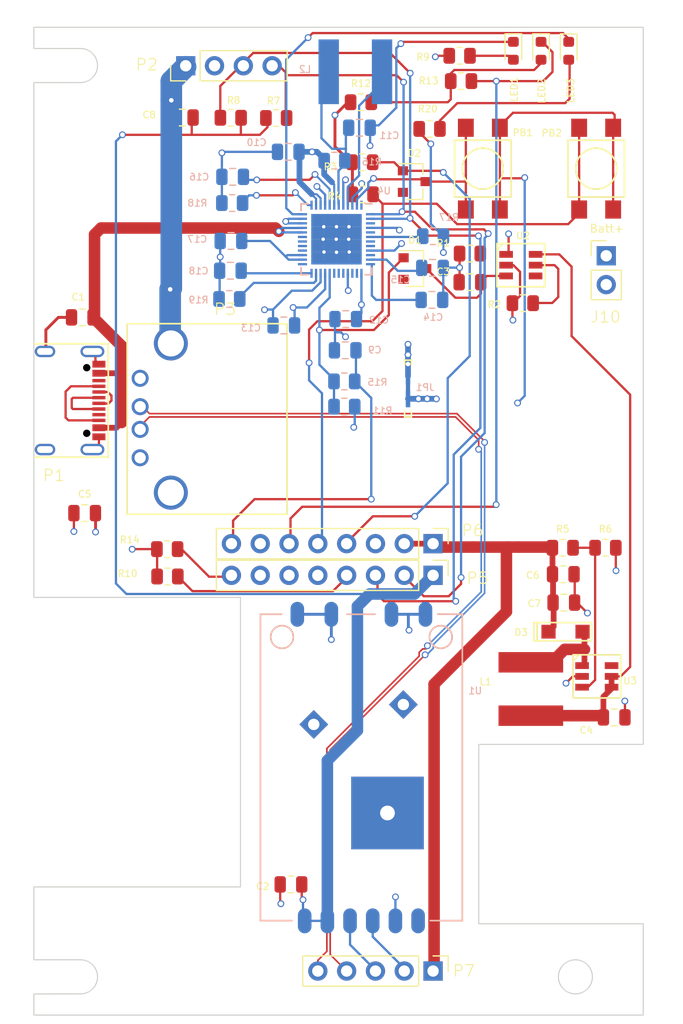
<source format=kicad_pcb>
(kicad_pcb (version 20211014) (generator pcbnew)
  (title_block (title "ConnectBox HAT 8") (date "2023-04-13") (rev "8.0.0") (company "ConnectBox") (comment 1 "JRA"))
  (layers (0 "F.Cu" signal) (1 "In1.Cu" signal) (2 "In2.Cu" signal) (31 "B.Cu" signal) (34 "B.Paste" user) (35 "F.Paste" user) (36 "B.SilkS" user "B.Silkscreen") (37 "F.SilkS" user "F.Silkscreen") (38 "B.Mask" user) (39 "F.Mask" user) (44 "Edge.Cuts" user))
  (net 0 "")
  (net 1 "/Power control/AC_IN")
  (net 2 "GND")
  (net 3 "/3v3")
  (net 4 "/A_GND")
  (net 5 "Net-(C3-Pad1)")
  (net 6 "Net-(C4-Pad1)")
  (net 7 "/5V_OUT")
  (net 8 "Net-(C9-Pad2)")
  (net 9 "/Power control/BATT+")
  (net 10 "Net-(C11-Pad1)")
  (net 11 "/IPS_OUT")
  (net 12 "Net-(C14-Pad2)")
  (net 13 "Net-(C15-Pad2)")
  (net 14 "Net-(C16-Pad2)")
  (net 15 "Net-(C17-Pad2)")
  (net 16 "Net-(C18-Pad2)")
  (net 17 "/Power control/EXT_EN")
  (net 18 "/PG6")
  (net 19 "Net-(D2-Pad2)")
  (net 20 "Net-(D3-Pad2)")
  (net 21 "Net-(L2-Pad2)")
  (net 22 "Net-(LED1-Pad2)")
  (net 23 "Net-(LED2-Pad1)")
  (net 24 "Net-(LED2-Pad2)")
  (net 25 "Net-(LED3-Pad1)")
  (net 26 "Net-(LED3-Pad2)")
  (net 27 "Net-(P1-PadA5)")
  (net 28 "Net-(P1-PadA6)")
  (net 29 "Net-(P1-PadA7)")
  (net 32 "/SCL")
  (net 33 "/SDA")
  (net 34 "/USB2_D-")
  (net 35 "/USB2_D+")
  (net 36 "/PA3")
  (net 37 "/PG11")
  (net 40 "/PG7")
  (net 41 "Net-(P7-Pad2)")
  (net 42 "Net-(P7-Pad3)")
  (net 43 "Net-(R2-Pad1)")
  (net 44 "Net-(R5-Pad2)")
  (net 45 "Net-(R17-Pad1)")
  (net 46 "Net-(R18-Pad1)")
  (net 47 "Net-(R19-Pad2)")
  (footprint "Resistor_SMD:R_0805_2012Metric" (layer "F.Cu") (at 238.45 119.93 180)
    (fp_text reference "R1")
    (fp_text value "220K")
  )
  (footprint "LED_SMD:LED_0603_1608Metric" (layer "F.Cu") (at 244.72 102.07 -90)
    (fp_text reference "LED2")
    (fp_text value "Amber")
  )
  (footprint "Resistor_SMD:R_0805_2012Metric" (layer "F.Cu") (at 243.11 124.3 180)
    (fp_text reference "R2")
    (fp_text value "162")
  )
  (footprint "Diode_SMD:D_SOT-23_ANK" (layer "F.Cu") (at 233.6 121.25)
    (fp_text reference "D1")
    (fp_text value "MMBD914")
  )
  (footprint "Resistor_SMD:R_0805_2012Metric" (layer "F.Cu") (at 250.4 145.84)
    (fp_text reference "R6")
    (fp_text value "27.0K")
  )
  (footprint "Resistor_SMD:R_0805_2012Metric" (layer "F.Cu") (at 234.89 108.95)
    (fp_text reference "R20")
    (fp_text value "1.8K")
  )
  (footprint "Capacitor_SMD:C_0805_2012Metric" (layer "F.Cu") (at 251.17 160.78)
    (fp_text reference "C4")
    (fp_text value "10uF")
  )
  (footprint "Capacitor_SMD:C_0805_2012Metric" (layer "F.Cu") (at 204.27 125.55 180)
    (fp_text reference "C1")
    (fp_text value "22uF")
  )
  (footprint "Resistor_SMD:R_0805_2012Metric" (layer "F.Cu") (at 221.3725 107.99 180)
    (fp_text reference "R7")
    (fp_text value "2.2K")
  )
  (footprint "CustomComponents:USB_A" (layer "F.Cu") (at 209.37 137.915 90)
    (fp_text reference "P3")
    (fp_text value "USB_A_1")
  )
  (footprint "Resistor_SMD:R_0805_2012Metric" (layer "F.Cu") (at 229 114.71 180)
    (fp_text reference "R4")
    (fp_text value "10K")
  )
  (footprint "Connector_PinHeader_2.54mm:PinHeader_1x08_P2.54mm_Vertical" (layer "F.Cu") (at 235.2 145.48 -90)
    (fp_text reference "P6")
    (fp_text value "Conn_01x08")
  )
  (footprint "CustomComponents:SOT-23-6a" (layer "F.Cu") (at 249.64 157.17)
    (fp_text reference "U3")
    (fp_text value "MT3608")
  )
  (footprint "Resistor_SMD:R_0805_2012Metric" (layer "F.Cu") (at 211.78 148.37 180)
    (fp_text reference "R10")
    (fp_text value "2.2K")
  )
  (footprint "Resistor_SMD:R_0805_2012Metric" (layer "F.Cu") (at 246.63 145.84)
    (fp_text reference "R5")
    (fp_text value "200K")
  )
  (footprint "Resistor_SMD:R_0805_2012Metric" (layer "F.Cu") (at 237.54 102.51)
    (fp_text reference "R9")
    (fp_text value "1K")
  )
  (footprint "Capacitor_SMD:C_0805_2012Metric" (layer "F.Cu") (at 246.73 150.67)
    (fp_text reference "C7")
    (fp_text value "22uF")
  )
  (footprint "Connector_PinHeader_2.54mm:PinHeader_1x05_P2.54mm_Vertical" (layer "F.Cu") (at 235.2 183.12 -90)
    (fp_text reference "P7")
    (fp_text value "Conn_01x05")
  )
  (footprint "Connector_PinHeader_2.54mm:PinHeader_1x08_P2.54mm_Vertical" (layer "F.Cu") (at 235.2 148.27 -90)
    (fp_text reference "P5")
    (fp_text value "Conn_01x08")
  )
  (footprint "CustomComponents:SOT-23-6a" (layer "F.Cu") (at 242.94 120.95)
    (fp_text reference "U2")
    (fp_text value "MIC2019")
  )
  (footprint "Capacitor_SMD:C_0805_2012Metric" (layer "F.Cu") (at 204.48 142.79)
    (fp_text reference "C5")
    (fp_text value "22uF")
  )
  (footprint "Capacitor_SMD:C_0805_2012Metric" (layer "F.Cu") (at 246.68 148.17)
    (fp_text reference "C6")
    (fp_text value "22uF")
  )
  (footprint "Diode_SMD:D_SOT-23_ANK" (layer "F.Cu") (at 233.54 113.59)
    (fp_text reference "D2")
    (fp_text value "MMBD914")
  )
  (footprint "Connector_PinHeader_2.54mm:PinHeader_1x04_P2.54mm_Vertical" (layer "F.Cu") (at 213.39 103.39 90)
    (fp_text reference "P2")
    (fp_text value "Conn_01x04")
  )
  (footprint "Resistor_SMD:R_0805_2012Metric" (layer "F.Cu") (at 228.84 106.6)
    (fp_text reference "R12")
    (fp_text value "1K")
  )
  (footprint "CustomComponents:SOD-123FL" (layer "F.Cu") (at 246.88 153.23)
    (fp_text reference "D3")
    (fp_text value "NRVTS260ESFT1G")
  )
  (footprint "LED_SMD:LED_0603_1608Metric" (layer "F.Cu") (at 242.28 102.07 -90)
    (fp_text reference "LED1")
    (fp_text value "Green")
  )
  (footprint "CustomComponents:INDUCTOR_SMD_6x6-1" (layer "F.Cu") (at 243.82 158.28 180)
    (fp_text reference "L1")
    (fp_text value "4.7 uH")
  )
  (footprint "LED_SMD:LED_0603_1608Metric" (layer "F.Cu") (at 247.16 102.07 -90)
    (fp_text reference "LED3")
    (fp_text value "Red")
  )
  (footprint "Capacitor_SMD:C_0805_2012Metric" (layer "F.Cu") (at 213.09 107.95 180)
    (fp_text reference "C8")
    (fp_text value "1uF")
  )
  (footprint "Resistor_SMD:R_0805_2012Metric" (layer "F.Cu") (at 237.67 104.74)
    (fp_text reference "R13")
    (fp_text value "1K")
  )
  (footprint "Resistor_SMD:R_0805_2012Metric" (layer "F.Cu") (at 211.76 145.96 180)
    (fp_text reference "R14")
    (fp_text value "2.2K")
  )
  (footprint "Resistor_SMD:R_0805_2012Metric" (layer "F.Cu") (at 228.96 111.8875 180)
    (fp_text reference "R3")
    (fp_text value "10K")
  )
  (footprint "CustomComponents:SW-TL3305" (layer "F.Cu") (at 249.58 112.45 90)
    (fp_text reference "PB2")
    (fp_text value "SPST-PUSH")
  )
  (footprint "CustomComponents:USB-C-GCT" (layer "F.Cu") (at 205.1625 132.87 -90)
    (fp_text reference "P1")
    (fp_text value "USB-C")
  )
  (footprint "Capacitor_SMD:C_0805_2012Metric" (layer "F.Cu") (at 222.67 175.49 180)
    (fp_text reference "C2")
    (fp_text value "22uF")
  )
  (footprint "Capacitor_SMD:C_0805_2012Metric" (layer "F.Cu") (at 238.45 122.45 180)
    (fp_text reference "C3")
    (fp_text value "22uF")
  )
  (footprint "Connector_PinHeader_2.54mm:PinHeader_1x02_P2.54mm_Vertical" (layer "F.Cu") (at 250.47 120.125)
    (fp_text reference "J10")
    (fp_text value "Conn_01x02_Male")
  )
  (footprint "CustomComponents:SW-TL3305" (layer "F.Cu") (at 239.59 112.45 90)
    (fp_text reference "PB1")
    (fp_text value "SPST-PUSH")
  )
  (footprint "Resistor_SMD:R_0805_2012Metric" (layer "F.Cu") (at 217.36 107.97)
    (fp_text reference "R8")
    (fp_text value "2.2K")
  )
  (footprint "CustomComponents:UQFN-48-1EP_6x6mm_Pitch0.4mm_75" (layer "B.Cu") (at 226.68375 118.66625 180)
    (fp_text reference "U4")
    (fp_text value "AXP209")
  )
  (footprint "Capacitor_SMD:C_0805_2012Metric" (layer "B.Cu") (at 217.33 121.44)
    (fp_text reference "C18")
    (fp_text value "1uF")
  )
  (footprint "CustomComponents:NetConnect-50" (layer "B.Cu") (at 232.99 131.22 90)
    (fp_text reference "JP1")
    (fp_text value "Jumper")
  )
  (footprint "Capacitor_SMD:C_0805_2012Metric" (layer "B.Cu") (at 222.04 126.26)
    (fp_text reference "C13")
    (fp_text value "10uF")
  )
  (footprint "Resistor_SMD:R_0805_2012Metric" (layer "B.Cu") (at 227.38 133.41 180)
    (fp_text reference "R11")
    (fp_text value "51K")
  )
  (footprint "Resistor_SMD:R_0805_2012Metric" (layer "B.Cu") (at 226.51 111.75)
    (fp_text reference "R16")
    (fp_text value "0.03 ohm")
  )
  (footprint "Capacitor_SMD:C_0805_2012Metric" (layer "B.Cu") (at 217.53 113.17)
    (fp_text reference "C16")
    (fp_text value "4.7uF")
  )
  (footprint "Capacitor_SMD:C_0805_2012Metric" (layer "B.Cu") (at 227.45 128.45)
    (fp_text reference "C9")
    (fp_text value "10uF")
  )
  (footprint "Capacitor_SMD:C_0805_2012Metric" (layer "B.Cu") (at 228.71 108.85)
    (fp_text reference "C11")
    (fp_text value "10uF")
  )
  (footprint "Resistor_SMD:R_0805_2012Metric" (layer "B.Cu") (at 227.3775 131.19)
    (fp_text reference "R15")
    (fp_text value "1K")
  )
  (footprint "Capacitor_SMD:C_0805_2012Metric" (layer "B.Cu") (at 235.1 124.01 180)
    (fp_text reference "C14")
    (fp_text value "4.7uF")
  )
  (footprint "Capacitor_SMD:C_0805_2012Metric" (layer "B.Cu") (at 235.15 121.19 180)
    (fp_text reference "C15")
    (fp_text value "4.7uF")
  )
  (footprint "Resistor_SMD:R_0805_2012Metric" (layer "B.Cu") (at 217.49 115.48 180)
    (fp_text reference "R18")
    (fp_text value "100")
  )
  (footprint "Resistor_SMD:R_0805_2012Metric" (layer "B.Cu") (at 235.2 118.4)
    (fp_text reference "R17")
    (fp_text value "10K")
  )
  (footprint "CustomComponents:INDUCTOR_SMD_6x6-1" (layer "B.Cu") (at 228.35 103.92 -90)
    (fp_text reference "L2")
    (fp_text value "4.7 uH")
  )
  (footprint "Capacitor_SMD:C_0805_2012Metric" (layer "B.Cu") (at 217.38 118.82)
    (fp_text reference "C17")
    (fp_text value "1uF")
  )
  (footprint "Capacitor_SMD:C_0805_2012Metric" (layer "B.Cu") (at 227.5 125.7 180)
    (fp_text reference "C12")
    (fp_text value "10uF")
  )
  (footprint "Resistor_SMD:R_0805_2012Metric" (layer "B.Cu") (at 217.24 123.93)
    (fp_text reference "R19")
    (fp_text value "200K")
  )
  (footprint "Capacitor_SMD:C_0805_2012Metric" (layer "B.Cu") (at 222.43 110.97 180)
    (fp_text reference "C10")
    (fp_text value "10uF")
  )
  (footprint "CustomComponents:HC-R8812AU2-th-1" (layer "B.Cu") (at 228.88 165.2 180)
    (fp_text reference "U1")
    (fp_text value "HC-R8812AF1")
  )
  (gr_line locked (start 200 187) (end 200 185.14) (layer "Edge.Cuts") (width 0.1))
  (gr_arc locked (start 204.12 101.87) (mid 205.619691 103.365067) (end 204.129868 104.869968) (layer "Edge.Cuts") (width 0.1))
  (gr_line locked (start 218.22 150.21) (end 218.22 175.71) (layer "Edge.Cuts") (width 0.1))
  (gr_line (start 253.73 163.16) (end 253.73 100) (layer "Edge.Cuts") (width 0.1))
  (gr_circle locked (center 247.75 183.63) (end 249.25 183.63) (layer "Edge.Cuts") (width 0.1) (fill none))
  (gr_line locked (start 200 150.21) (end 218.22 150.21) (layer "Edge.Cuts") (width 0.1))
  (gr_line locked (start 239.23 178.96) (end 239.23 163.16) (layer "Edge.Cuts") (width 0.1))
  (gr_arc locked (start 204.11 182.13) (mid 205.620263 183.624999) (end 204.12 185.130033) (layer "Edge.Cuts") (width 0.1))
  (gr_line locked (start 253.73 187) (end 253.73 178.96) (layer "Edge.Cuts") (width 0.1))
  (gr_line locked (start 204.12 182.13) (end 200 182.13) (layer "Edge.Cuts") (width 0.1))
  (gr_line locked (start 253.73 178.96) (end 239.23 178.96) (layer "Edge.Cuts") (width 0.1))
  (gr_line locked (start 204.13 101.87) (end 200 101.87) (layer "Edge.Cuts") (width 0.1))
  (gr_line locked (start 204.129868 104.869968) (end 200 104.87) (layer "Edge.Cuts") (width 0.1))
  (gr_line locked (start 253.73 100) (end 200 100) (layer "Edge.Cuts") (width 0.1))
  (gr_line locked (start 204.12 185.130033) (end 200 185.14) (layer "Edge.Cuts") (width 0.1))
  (gr_line locked (start 200 187) (end 253.73 187) (layer "Edge.Cuts") (width 0.1))
  (gr_line locked (start 218.22 175.71) (end 200 175.71) (layer "Edge.Cuts") (width 0.1))
  (gr_line locked (start 200 104.87) (end 200 150.21) (layer "Edge.Cuts") (width 0.1))
  (gr_line locked (start 239.23 163.16) (end 253.73 163.16) (layer "Edge.Cuts") (width 0.1))
  (gr_line locked (start 200 175.71) (end 200 182.13) (layer "Edge.Cuts") (width 0.1))
  (gr_line locked (start 200 100) (end 200 101.87) (layer "Edge.Cuts") (width 0.1))
  (gr_text "Batt+" (at 250.52 117.73) (layer "F.SilkS") (effects (font (size 0.7 0.7) (thickness 0.1))))
  (segment (start 205.7375 130.47) (end 207.58 130.47) (width 0.508) (layer "F.Cu") (net 1))
  (segment (start 205.35 118.25) (end 205.35 125.54) (width 1.016) (layer "F.Cu") (net 1))
  (segment (start 221.309278 117.679278) (end 205.920722 117.679278) (width 1.016) (layer "F.Cu") (net 1))
  (segment (start 221.6 117.97) (end 221.309278 117.679278) (width 1.016) (layer "F.Cu") (net 1))
  (segment (start 205.920722 117.679278) (end 205.35 118.25) (width 1.016) (layer "F.Cu") (net 1))
  (segment (start 205.22 125.55) (end 207.74 128.07) (width 1.016) (layer "F.Cu") (net 1))
  (segment (start 207.74 130.31) (end 207.74 134.81) (width 1.016) (layer "F.Cu") (net 1))
  (segment (start 207.74 128.07) (end 207.74 130.31) (width 1.016) (layer "F.Cu") (net 1))
  (segment (start 207.28 135.27) (end 205.7375 135.27) (width 0.508) (layer "F.Cu") (net 1))
  (segment (start 207.74 134.81) (end 207.28 135.27) (width 0.508) (layer "F.Cu") (net 1))
  (segment (start 207.58 130.47) (end 207.74 130.31) (width 0.508) (layer "F.Cu") (net 1))
  (via (at 221.6 117.97) (size 0.6) (drill 0.4) (layers "F.Cu" "B.Cu") (net 1))
  (segment (start 221.69625 118.06625) (end 223.68375 118.06625) (width 0.2) (layer "B.Cu") (net 1))
  (segment (start 221.959808 117.66625) (end 221.970869 117.677311) (width 0.2) (layer "B.Cu") (net 1))
  (segment (start 221.90375 117.66625) (end 221.959808 117.66625) (width 0.2) (layer "B.Cu") (net 1))
  (segment (start 223.672689 117.677311) (end 223.68375 117.66625) (width 0.2) (layer "B.Cu") (net 1))
  (segment (start 221.6 117.97) (end 221.90375 117.66625) (width 0.2) (layer "B.Cu") (net 1))
  (segment (start 221.6 117.97) (end 221.69625 118.06625) (width 0.2) (layer "B.Cu") (net 1))
  (segment (start 221.970869 117.677311) (end 223.672689 117.677311) (width 0.2) (layer "B.Cu") (net 1))
  (segment (start 242.28 120.95) (end 242.87 121.54) (width 0.2) (layer "F.Cu") (net 2))
  (segment (start 242.1975 124.3) (end 242.1975 125.7475) (width 0.2) (layer "F.Cu") (net 2))
  (segment (start 202.16 125.55) (end 201.06 126.65) (width 0.254) (layer "F.Cu") (net 2))
  (segment (start 247.89 150.67) (end 248.81 151.59) (width 0.2) (layer "F.Cu") (net 2))
  (segment (start 205.7375 136.07) (end 205.7375 136.9525) (width 0.2) (layer "F.Cu") (net 2))
  (segment (start 242.1975 125.7475) (end 242.24 125.79) (width 0.2) (layer "F.Cu") (net 2))
  (segment (start 251.3125 145.84) (end 251.3125 147.8425) (width 0.2) (layer "F.Cu") (net 2))
  (segment (start 242.87 121.54) (end 242.87 123.66) (width 0.2) (layer "F.Cu") (net 2))
  (segment (start 241.64 120.95) (end 242.28 120.95) (width 0.2) (layer "F.Cu") (net 2))
  (segment (start 247.52 157.17) (end 246.92 157.77) (width 0.2) (layer "F.Cu") (net 2))
  (segment (start 201.06 126.65) (end 201.06 128.5) (width 0.254) (layer "F.Cu") (net 2))
  (segment (start 248.34 157.17) (end 247.52 157.17) (width 0.2) (layer "F.Cu") (net 2))
  (segment (start 252.12 159.35) (end 252.12 160.78) (width 0.2) (layer "F.Cu") (net 2))
  (segment (start 242.87 123.66) (end 242.15 124.38) (width 0.2) (layer "F.Cu") (net 2))
  (segment (start 205.43 129.3625) (end 205.43 128.68) (width 0.2) (layer "F.Cu") (net 2))
  (segment (start 251.3125 147.8425) (end 251.33 147.86) (width 0.2) (layer "F.Cu") (net 2))
  (segment (start 242.28 101.2825) (end 232.5175 101.2825) (width 0.2) (layer "F.Cu") (net 2))
  (segment (start 232.5175 101.2825) (end 232.36 101.44) (width 0.2) (layer "F.Cu") (net 2))
  (segment (start 247.69 148.23) (end 247.69 150.93) (width 0.2) (layer "F.Cu") (net 2))
  (segment (start 252.11 159.34) (end 252.12 159.35) (width 0.2) (layer "F.Cu") (net 2))
  (segment (start 205.7375 129.67) (end 205.43 129.3625) (width 0.2) (layer "F.Cu") (net 2))
  (segment (start 203.32 125.55) (end 202.16 125.55) (width 0.254) (layer "F.Cu") (net 2))
  (segment (start 237.5375 119.93) (end 237.5375 122.3875) (width 0.2) (layer "F.Cu") (net 2))
  (via (at 246.92 157.77) (size 0.6) (drill 0.4) (layers "F.Cu" "B.Cu") (net 2))
  (via (at 242.24 125.79) (size 0.6) (drill 0.4) (layers "F.Cu" "B.Cu") (net 2))
  (via (at 232.36 101.44) (size 0.6) (drill 0.4) (layers "F.Cu" "B.Cu") (net 2))
  (via (at 228.91 113.77) (size 0.6) (drill 0.4) (layers "F.Cu" "B.Cu") (net 2))
  (via (at 229.64 110.43) (size 0.6) (drill 0.4) (layers "F.Cu" "B.Cu") (net 2))
  (via (at 232.42 119.04355) (size 0.6) (drill 0.4) (layers "F.Cu" "B.Cu") (net 2))
  (via (at 232.99 127.92) (size 0.6) (drill 0.4) (layers "F.Cu" "B.Cu") (net 2))
  (via (at 232.99 128.84) (size 0.6) (drill 0.4) (layers "F.Cu" "B.Cu") (net 2))
  (via (at 232.23 117.86) (size 0.6) (drill 0.4) (layers "F.Cu" "B.Cu") (net 2))
  (via (at 227.72 123.19) (size 0.6) (drill 0.4) (layers "F.Cu" "B.Cu") (net 2))
  (via (at 237.5375 121.1675) (size 0.6) (drill 0.4) (layers "F.Cu" "B.Cu") (net 2))
  (via (at 232.99 129.66) (size 0.6) (drill 0.4) (layers "F.Cu" "B.Cu") (net 2))
  (via (at 216.58 111.06) (size 0.6) (drill 0.4) (layers "F.Cu" "B.Cu") (net 2))
  (via (at 252.11 159.34) (size 0.6) (drill 0.4) (layers "F.Cu" "B.Cu") (net 2))
  (via (at 227.48 127.26) (size 0.6) (drill 0.4) (layers "F.Cu" "B.Cu") (net 2))
  (via (at 251.33 147.86) (size 0.6) (drill 0.4) (layers "F.Cu" "B.Cu") (net 2))
  (via (at 248.81 151.59) (size 0.6) (drill 0.4) (layers "F.Cu" "B.Cu") (net 2))
  (segment (start 232.36 101.44) (end 231.96 101.84) (width 0.2) (layer "B.Cu") (net 2))
  (segment (start 232.42 119.04355) (end 231.7973 119.66625) (width 0.2) (layer "B.Cu") (net 2))
  (segment (start 232.23 117.86) (end 232.03625 117.66625) (width 0.2) (layer "B.Cu") (net 2))
  (segment (start 229.65 110.42) (end 229.65 108.92) (width 0.2) (layer "B.Cu") (net 2))
  (segment (start 227.09 126.87) (end 227.48 127.26) (width 0.2) (layer "B.Cu") (net 2))
  (segment (start 227.68375 121.66625) (end 227.68375 123.15375) (width 0.2) (layer "B.Cu") (net 2))
  (segment (start 226.55 126.87) (end 226.55 128.25) (width 0.2) (layer "B.Cu") (net 2))
  (segment (start 228.08375 115.66625) (end 228.08375 115.011628) (width 0.2) (layer "B.Cu") (net 2))
  (segment (start 231.7973 119.66625) (end 229.68375 119.66625) (width 0.2) (layer "B.Cu") (net 2))
  (segment (start 216.5775 115.48) (end 216.5775 113.2625) (width 0.2) (layer "B.Cu") (net 2))
  (segment (start 229.64 110.43) (end 229.65 110.42) (width 0.2) (layer "B.Cu") (net 2))
  (segment (start 237.5375 121.1675) (end 236.3125 121.1675) (width 0.2) (layer "B.Cu") (net 2))
  (segment (start 236.1 121.19) (end 236.1 123.75) (width 0.2) (layer "B.Cu") (net 2))
  (segment (start 226.55 125.7) (end 226.55 126.87) (width 0.2) (layer "B.Cu") (net 2))
  (segment (start 226.55 126.87) (end 227.09 126.87) (width 0.2) (layer "B.Cu") (net 2))
  (segment (start 221.48 110.97) (end 216.67 110.97) (width 0.2) (layer "B.Cu") (net 2))
  (segment (start 232.99 128.84) (end 232.99 127.92) (width 0.508) (layer "B.Cu") (net 2))
  (segment (start 232.99 129.66) (end 232.99 128.84) (width 0.508) (layer "B.Cu") (net 2))
  (segment (start 227.68375 123.15375) (end 227.72 123.19) (width 0.2) (layer "B.Cu") (net 2))
  (segment (start 216.5775 113.2625) (end 216.5775 111.0625) (width 0.2) (layer "B.Cu") (net 2))
  (segment (start 231.96 101.84) (end 231.96 107.08) (width 0.2) (layer "B.Cu") (net 2))
  (segment (start 228.91 114.185378) (end 228.91 113.77) (width 0.2) (layer "B.Cu") (net 2))
  (segment (start 228.08375 115.011628) (end 228.91 114.185378) (width 0.2) (layer "B.Cu") (net 2))
  (segment (start 216.5775 111.0625) (end 216.58 111.06) (width 0.2) (layer "B.Cu") (net 2))
  (segment (start 232.03625 117.66625) (end 229.68375 117.66625) (width 0.2) (layer "B.Cu") (net 2))
  (segment (start 216.67 110.97) (end 216.58 111.06) (width 0.2) (layer "B.Cu") (net 2))
  (segment (start 231.96 107.08) (end 230.4 108.64) (width 0.2) (layer "B.Cu") (net 2))
  (segment (start 230.4 108.64) (end 229.64 108.64) (width 0.2) (layer "B.Cu") (net 2))
  (segment (start 232.99 130.72) (end 232.99 129.66) (width 0.508) (layer "B.Cu") (net 2))
  (segment (start 207.81 109.47) (end 213.92 109.47) (width 0.2) (layer "F.Cu") (net 3))
  (segment (start 218.25 107.9925) (end 218.25 109.47) (width 0.2) (layer "F.Cu") (net 3))
  (segment (start 223.62 176.73) (end 223.73 176.84) (width 0.2) (layer "F.Cu") (net 3))
  (segment (start 219.93 109.47) (end 220.6 108.8) (width 0.2) (layer "F.Cu") (net 3))
  (segment (start 213.92 108.07) (end 213.92 109.47) (width 0.2) (layer "F.Cu") (net 3))
  (segment (start 213.92 109.47) (end 218.25 109.47) (width 0.2) (layer "F.Cu") (net 3))
  (segment (start 218.25 109.47) (end 219.93 109.47) (width 0.2) (layer "F.Cu") (net 3))
  (segment (start 220.6 108.8) (end 220.6 107.93) (width 0.2) (layer "F.Cu") (net 3))
  (segment (start 223.62 175.49) (end 223.62 176.73) (width 0.2) (layer "F.Cu") (net 3))
  (via (at 223.73 176.84) (size 0.6) (drill 0.4) (layers "F.Cu" "B.Cu") (net 3))
  (via (at 207.81 109.47) (size 0.6) (drill 0.4) (layers "F.Cu" "B.Cu") (net 3))
  (segment (start 230.29248 149.91248) (end 229.60752 149.91248) (width 1.016) (layer "B.Cu") (net 3))
  (segment (start 207.237305 148.987307) (end 207.237305 110.042681) (width 0.2) (layer "B.Cu") (net 3))
  (segment (start 229.60752 149.91248) (end 228.53 150.99) (width 1.016) (layer "B.Cu") (net 3))
  (segment (start 225.88 164.58) (end 225.88 178.7) (width 1.016) (layer "B.Cu") (net 3))
  (segment (start 223.73 176.84) (end 223.73 178.48) (width 0.2) (layer "B.Cu") (net 3))
  (segment (start 235.2 148.27) (end 233.55752 149.91248) (width 1.016) (layer "B.Cu") (net 3))
  (segment (start 223.88 178.7) (end 225.72 178.7) (width 0.2) (layer "B.Cu") (net 3))
  (segment (start 207.237311 110.042689) (end 207.81 109.47) (width 0.2) (layer "B.Cu") (net 3))
  (segment (start 228.53 150.99) (end 228.53 161.93) (width 1.016) (layer "B.Cu") (net 3))
  (segment (start 228.53 161.93) (end 225.88 164.58) (width 1.016) (layer "B.Cu") (net 3))
  (segment (start 230.29248 149.91248) (end 208.16248 149.91248) (width 0.2) (layer "B.Cu") (net 3))
  (segment (start 233.55752 149.91248) (end 230.29248 149.91248) (width 1.016) (layer "B.Cu") (net 3))
  (segment (start 208.16248 149.91248) (end 207.237311 148.987311) (width 0.2) (layer "B.Cu") (net 3))
  (segment (start 210.8475 145.96) (end 208.68 145.96) (width 0.2) (layer "F.Cu") (net 4))
  (segment (start 221.72 175.49) (end 221.72 177.13) (width 0.2) (layer "F.Cu") (net 4))
  (segment (start 243.22 113.3) (end 243.28 113.24) (width 0.2) (layer "F.Cu") (net 4))
  (segment (start 208.68 145.96) (end 208.67 145.97) (width 0.2) (layer "F.Cu") (net 4))
  (segment (start 212.12 106.43) (end 212.12 107.93) (width 0.2) (layer "F.Cu") (net 4))
  (segment (start 251.08 116.05) (end 251.08 108.78) (width 0.2) (layer "F.Cu") (net 4))
  (segment (start 251.21 107.71) (end 251.03 107.53) (width 0.2) (layer "F.Cu") (net 4))
  (segment (start 251.21 108.65) (end 251.21 107.71) (width 0.2) (layer "F.Cu") (net 4))
  (segment (start 241.09 108.85) (end 241.09 113.3) (width 0.2) (layer "F.Cu") (net 4))
  (segment (start 221.72 177.13) (end 221.78 177.19) (width 0.2) (layer "F.Cu") (net 4))
  (segment (start 242.25 107.53) (end 241.26 108.52) (width 0.2) (layer "F.Cu") (net 4))
  (segment (start 210.8675 148.37) (end 210.8675 146.0025) (width 0.2) (layer "F.Cu") (net 4))
  (segment (start 251.03 107.53) (end 242.25 107.53) (width 0.2) (layer "F.Cu") (net 4))
  (segment (start 241.09 113.3) (end 241.09 116.1) (width 0.2) (layer "F.Cu") (net 4))
  (segment (start 203.53 142.79) (end 203.53 144.41) (width 0.2) (layer "F.Cu") (net 4))
  (segment (start 241.09 113.3) (end 243.22 113.3) (width 0.2) (layer "F.Cu") (net 4))
  (via (at 221.78 177.19) (size 0.6) (drill 0.4) (layers "F.Cu" "B.Cu") (net 4))
  (via (at 212.02 123.08) (size 0.6) (drill 0.4) (layers "F.Cu" "B.Cu") (net 4))
  (via (at 226.23 153.93) (size 0.6) (drill 0.4) (layers "F.Cu" "B.Cu") (net 4))
  (via (at 233.08 153.1) (size 0.6) (drill 0.4) (layers "F.Cu" "B.Cu") (net 4))
  (via (at 216.43 120.23) (size 0.6) (drill 0.4) (layers "F.Cu" "B.Cu") (net 4))
  (via (at 243.28 113.24) (size 0.6) (drill 0.4) (layers "F.Cu" "B.Cu") (net 4))
  (via (at 203.53 144.41) (size 0.6) (drill 0.4) (layers "F.Cu" "B.Cu") (net 4))
  (via (at 220.34 124.88) (size 0.6) (drill 0.4) (layers "F.Cu" "B.Cu") (net 4))
  (via (at 233.91 132.72) (size 0.6) (drill 0.4) (layers "F.Cu" "B.Cu") (net 4))
  (via (at 235.49 132.73) (size 0.6) (drill 0.4) (layers "F.Cu" "B.Cu") (net 4))
  (via (at 234.68 132.72) (size 0.6) (drill 0.4) (layers "F.Cu" "B.Cu") (net 4))
  (via (at 212.12 106.43) (size 0.6) (drill 0.4) (layers "F.Cu" "B.Cu") (net 4))
  (via (at 208.67 145.97) (size 0.6) (drill 0.4) (layers "F.Cu" "B.Cu") (net 4))
  (via (at 242.65 133.09) (size 0.6) (drill 0.4) (layers "F.Cu" "B.Cu") (net 4))
  (via (at 231.89 176.59) (size 0.6) (drill 0.4) (layers "F.Cu" "B.Cu") (net 4))
  (segment (start 224.51 123.2) (end 224.538234 123.2) (width 0.2) (layer "B.Cu") (net 4))
  (segment (start 216.38 121.44) (end 216.38 123.88) (width 0.2) (layer "B.Cu") (net 4))
  (segment (start 243.28 113.24) (end 243.28 132.46) (width 0.2) (layer "B.Cu") (net 4))
  (segment (start 231.88 178.7) (end 231.88 176.6) (width 0.2) (layer "B.Cu") (net 4))
  (segment (start 223.230008 151.700001) (end 226.310012 151.700001) (width 0.254) (layer "B.Cu") (net 4))
  (segment (start 231.88 176.6) (end 231.89 176.59) (width 0.2) (layer "B.Cu") (net 4))
  (segment (start 224.538234 123.2) (end 225.28375 122.454484) (width 0.2) (layer "B.Cu") (net 4))
  (segment (start 233.91 132.72) (end 234.68 132.72) (width 0.508) (layer "B.Cu") (net 4))
  (segment (start 212.02 127.87) (end 212.03 127.88) (width 1.905) (layer "B.Cu") (net 4))
  (segment (start 243.28 132.46) (end 242.65 133.09) (width 0.2) (layer "B.Cu") (net 4))
  (segment (start 221.09 124.86) (end 220.36 124.86) (width 0.2) (layer "B.Cu") (net 4))
  (segment (start 234.68 132.72) (end 235.48 132.72) (width 0.508) (layer "B.Cu") (net 4))
  (segment (start 212.02 123.08) (end 212.02 127.87) (width 1.905) (layer "B.Cu") (net 4))
  (segment (start 233.02 153.04) (end 233.02 151.7) (width 0.254) (layer "B.Cu") (net 4))
  (segment (start 222.75 123.2) (end 224.51 123.2) (width 0.2) (layer "B.Cu") (net 4))
  (segment (start 220.36 124.86) (end 220.34 124.88) (width 0.2) (layer "B.Cu") (net 4))
  (segment (start 225.28375 122.454484) (end 225.28375 121.66625) (width 0.2) (layer "B.Cu") (net 4))
  (segment (start 221.09 124.86) (end 222.75 123.2) (width 0.2) (layer "B.Cu") (net 4))
  (segment (start 232.99 132.72) (end 233.91 132.72) (width 0.508) (layer "B.Cu") (net 4))
  (segment (start 233.02 151.7) (end 231.79 151.7) (width 0.254) (layer "B.Cu") (net 4))
  (segment (start 212.12 106.43) (end 212.12 122.98) (width 1.905) (layer "B.Cu") (net 4))
  (segment (start 226.23 153.71) (end 226.23 153.93) (width 0.2) (layer "B.Cu") (net 4))
  (segment (start 212.12 106.43) (end 212.12 104.74) (width 1.905) (layer "B.Cu") (net 4))
  (segment (start 212.12 122.98) (end 212.02 123.08) (width 1.905) (layer "B.Cu") (net 4))
  (segment (start 212.12 104.74) (end 213.38 103.48) (width 1.905) (layer "B.Cu") (net 4))
  (segment (start 234.53 151.7) (end 233.02 151.7) (width 0.254) (layer "B.Cu") (net 4))
  (segment (start 233.08 153.1) (end 233.02 153.04) (width 0.254) (layer "B.Cu") (net 4))
  (segment (start 226.230002 151.700001) (end 226.230002 153.710005) (width 0.254) (layer "B.Cu") (net 4))
  (segment (start 221.09 126.26) (end 221.09 124.86) (width 0.2) (layer "B.Cu") (net 4))
  (segment (start 235.48 132.72) (end 235.49 132.73) (width 0.508) (layer "B.Cu") (net 4))
  (segment (start 216.43 118.82) (end 216.43 121.46) (width 0.2) (layer "B.Cu") (net 4))
  (segment (start 239.43 123.46) (end 239.43 122.61) (width 0.2) (layer "F.Cu") (net 5))
  (segment (start 234.6 121.25) (end 237.17 123.82) (width 0.2) (layer "F.Cu") (net 5))
  (segment (start 241.64 121.9) (end 239.95 121.9) (width 0.2) (layer "F.Cu") (net 5))
  (segment (start 239.3625 119.93) (end 239.3625 122.3425) (width 0.2) (layer "F.Cu") (net 5))
  (segment (start 239.07 123.82) (end 239.43 123.46) (width 0.2) (layer "F.Cu") (net 5))
  (segment (start 237.17 123.82) (end 239.07 123.82) (width 0.2) (layer "F.Cu") (net 5))
  (segment (start 239.95 121.9) (end 239.5 122.35) (width 0.2) (layer "F.Cu") (net 5))
  (segment (start 250.22 160.78) (end 250.22 158.96) (width 0.508) (layer "F.Cu") (net 6))
  (segment (start 252.58 132.36) (end 252.58 156.33) (width 0.2) (layer "F.Cu") (net 6))
  (segment (start 246.33 120) (end 247.415 121.085) (width 0.2) (layer "F.Cu") (net 6))
  (segment (start 244.24 120) (end 246.33 120) (width 0.2) (layer "F.Cu") (net 6))
  (segment (start 247.415 121.085) (end 247.415 127.195) (width 0.2) (layer "F.Cu") (net 6))
  (segment (start 250.94 158.12) (end 250.94 157.22) (width 0.508) (layer "F.Cu") (net 6))
  (segment (start 250.94 157.22) (end 250.93 157.21) (width 0.508) (layer "F.Cu") (net 6))
  (segment (start 252.58 156.33) (end 251.74 157.17) (width 0.2) (layer "F.Cu") (net 6))
  (segment (start 243.82001 160.630006) (end 250.09 160.630006) (width 1.016) (layer "F.Cu") (net 6))
  (segment (start 247.415 127.195) (end 252.58 132.36) (width 0.2) (layer "F.Cu") (net 6))
  (segment (start 250.22 158.96) (end 250.99 158.19) (width 0.508) (layer "F.Cu") (net 6))
  (segment (start 251.74 157.17) (end 250.94 157.17) (width 0.2) (layer "F.Cu") (net 6))
  (segment (start 226.55 110.51) (end 226.55 107.74) (width 0.254) (layer "F.Cu") (net 7))
  (segment (start 235.29 183.15) (end 235.29 157.85) (width 1.016) (layer "F.Cu") (net 7))
  (segment (start 245.717492 145.839993) (end 245.657499 145.78) (width 1.016) (layer "F.Cu") (net 7))
  (segment (start 235.49 102.51) (end 235.4 102.6) (width 0.2) (layer "F.Cu") (net 7))
  (segment (start 241.67 151.47) (end 241.67 145.87) (width 1.016) (layer "F.Cu") (net 7))
  (segment (start 245.38 153.23) (end 245.83 152.78) (width 0.508) (layer "F.Cu") (net 7))
  (segment (start 242.72 145.78) (end 241.76 145.78) (width 1.016) (layer "F.Cu") (net 7))
  (segment (start 235.2 145.48) (end 232.72 145.48) (width 0.508) (layer "F.Cu") (net 7))
  (segment (start 228.0875 114.71) (end 228.0875 112.0225) (width 0.254) (layer "F.Cu") (net 7))
  (segment (start 227.99 111.95) (end 226.55 110.51) (width 0.254) (layer "F.Cu") (net 7))
  (segment (start 245.657499 145.78) (end 242.72 145.78) (width 1.016) (layer "F.Cu") (net 7))
  (segment (start 245.78 150.67) (end 245.78 148.21) (width 0.508) (layer "F.Cu") (net 7))
  (segment (start 241.67 145.87) (end 241.76 145.78) (width 1.016) (layer "F.Cu") (net 7))
  (segment (start 245.73 148.17) (end 245.73 145.88) (width 0.508) (layer "F.Cu") (net 7))
  (segment (start 235.29 157.85) (end 241.67 151.47) (width 1.016) (layer "F.Cu") (net 7))
  (segment (start 205.44 144.45) (end 205.44 142.8) (width 0.254) (layer "F.Cu") (net 7))
  (segment (start 238.75 145.78) (end 235.549997 145.78) (width 1.016) (layer "F.Cu") (net 7))
  (segment (start 241.76 145.78) (end 238.75 145.78) (width 1.016) (layer "F.Cu") (net 7))
  (segment (start 227.69 106.6) (end 226.55 107.74) (width 0.254) (layer "F.Cu") (net 7))
  (segment (start 245.83 152.78) (end 245.83 150.78) (width 0.508) (layer "F.Cu") (net 7))
  (segment (start 228.11 111.95) (end 227.99 111.95) (width 0.254) (layer "F.Cu") (net 7))
  (segment (start 236.6275 102.51) (end 235.49 102.51) (width 0.2) (layer "F.Cu") (net 7))
  (via (at 228.21 135.23) (size 0.6) (drill 0.4) (layers "F.Cu" "B.Cu") (net 7))
  (via (at 226.55 107.74) (size 0.6) (drill 0.4) (layers "F.Cu" "B.Cu") (net 7))
  (via (at 235.4 102.6) (size 0.6) (drill 0.4) (layers "F.Cu" "B.Cu") (net 7))
  (via (at 205.44 144.45) (size 0.6) (drill 0.4) (layers "F.Cu" "B.Cu") (net 7))
  (segment (start 228.2925 135.1475) (end 228.21 135.23) (width 0.2) (layer "B.Cu") (net 7))
  (segment (start 228.2925 133.41) (end 228.2925 135.1475) (width 0.2) (layer "B.Cu") (net 7))
  (segment (start 229.75 141.56) (end 219.46 141.56) (width 0.2) (layer "F.Cu") (net 8))
  (segment (start 217.57 143.45) (end 217.57 145.41) (width 0.2) (layer "F.Cu") (net 8))
  (segment (start 219.46 141.56) (end 217.57 143.45) (width 0.2) (layer "F.Cu") (net 8))
  (via (at 229.75 141.56) (size 0.6) (drill 0.4) (layers "F.Cu" "B.Cu") (net 8))
  (segment (start 229.75 132.65) (end 229.75 141.56) (width 0.2) (layer "B.Cu") (net 8))
  (segment (start 228.29 131.19) (end 229.75 132.65) (width 0.2) (layer "B.Cu") (net 8))
  (segment (start 228.4 128.45) (end 228.4 131.36) (width 0.2) (layer "B.Cu") (net 8))
  (via (at 224.53 110.97) (size 0.6) (drill 0.4) (layers "F.Cu" "B.Cu") (net 9))
  (segment (start 226.289997 113.649989) (end 226.483748 113.84374) (width 0.1778) (layer "B.Cu") (net 9))
  (segment (start 225.5975 111.75) (end 225.5975 112.9575) (width 0.508) (layer "B.Cu") (net 9))
  (segment (start 224.97 110.97) (end 224.53 110.97) (width 0.508) (layer "B.Cu") (net 9))
  (segment (start 226.48375 113.84375) (end 226.48375 115.66625) (width 0.1778) (layer "B.Cu") (net 9))
  (segment (start 224.49 114.69) (end 224.49 114.7) (width 0.508) (layer "B.Cu") (net 9))
  (segment (start 224.88375 115.66625) (end 224.88375 115.09375) (width 0.1778) (layer "B.Cu") (net 9))
  (segment (start 225.28375 115.66625) (end 225.28375 115.05375) (width 0.1778) (layer "B.Cu") (net 9))
  (segment (start 223.42 113.62) (end 224.49 114.69) (width 0.508) (layer "B.Cu") (net 9))
  (segment (start 225.64 111.64) (end 224.97 110.97) (width 0.508) (layer "B.Cu") (net 9))
  (segment (start 224.69 114.899999) (end 224.490001 114.699999) (width 0.1778) (layer "B.Cu") (net 9))
  (segment (start 224.88375 115.09375) (end 224.69 114.9) (width 0.1778) (layer "B.Cu") (net 9))
  (segment (start 224.93 114.7) (end 224.49 114.7) (width 0.1778) (layer "B.Cu") (net 9))
  (segment (start 223.42 111.18) (end 223.42 113.62) (width 0.508) (layer "B.Cu") (net 9))
  (segment (start 224.53 110.97) (end 223.56 110.97) (width 0.508) (layer "B.Cu") (net 9))
  (segment (start 225.28375 115.05375) (end 224.93 114.7) (width 0.1778) (layer "B.Cu") (net 9))
  (segment (start 225.5975 112.9575) (end 226.29 113.65) (width 0.508) (layer "B.Cu") (net 9))
  (segment (start 226.86107 112.63893) (end 226.86107 115.59) (width 0.2) (layer "B.Cu") (net 10))
  (segment (start 227.51 110.7) (end 227.51 111.91) (width 0.2) (layer "B.Cu") (net 10))
  (segment (start 226.29 110.7) (end 227.51 110.7) (width 0.2) (layer "B.Cu") (net 10))
  (segment (start 225.36 109.77) (end 226.29 110.7) (width 0.2) (layer "B.Cu") (net 10))
  (segment (start 227.51 110.7) (end 227.51 108.92) (width 0.2) (layer "B.Cu") (net 10))
  (segment (start 225.36 105.47) (end 225.36 109.77) (width 0.2) (layer "B.Cu") (net 10))
  (segment (start 227.4225 112.0775) (end 226.86107 112.63893) (width 0.2) (layer "B.Cu") (net 10))
  (segment (start 233.9775 109.2475) (end 235 110.27) (width 0.2) (layer "F.Cu") (net 11))
  (segment (start 241.86 118.19) (end 241.86 119.87) (width 0.2) (layer "F.Cu") (net 11))
  (via (at 224.96 114.02) (size 0.6) (drill 0.4) (layers "F.Cu" "B.Cu") (net 11))
  (via (at 228.88375 124.42625) (size 0.6) (drill 0.4) (layers "F.Cu" "B.Cu") (net 11))
  (via (at 222.21 117.1) (size 0.6) (drill 0.4) (layers "F.Cu" "B.Cu") (net 11))
  (via (at 241.86 118.19) (size 0.6) (drill 0.4) (layers "F.Cu" "B.Cu") (net 11))
  (via (at 235 110.27) (size 0.6) (drill 0.4) (layers "F.Cu" "B.Cu") (net 11))
  (via (at 227.4832 113.43) (size 0.6) (drill 0.4) (layers "F.Cu" "B.Cu") (net 11))
  (via (at 222.86 124.68) (size 0.6) (drill 0.4) (layers "F.Cu" "B.Cu") (net 11))
  (via (at 236.11 119.84) (size 0.6) (drill 0.4) (layers "F.Cu" "B.Cu") (net 11))
  (segment (start 222.99 124.81) (end 222.86 124.68) (width 0.2) (layer "B.Cu") (net 11))
  (segment (start 223.68375 116.86625) (end 222.44375 116.86625) (width 0.2) (layer "B.Cu") (net 11))
  (segment (start 222.99 126.26) (end 222.99 124.81) (width 0.2) (layer "B.Cu") (net 11))
  (segment (start 225.68375 121.66625) (end 225.68375 123.06625) (width 0.2) (layer "B.Cu") (net 11))
  (segment (start 222.37625 117.26625) (end 222.21 117.1) (width 0.2) (layer "B.Cu") (net 11))
  (segment (start 227.28375 113.62945) (end 227.4832 113.43) (width 0.2) (layer "B.Cu") (net 11))
  (segment (start 236.11 119.84) (end 236.1125 119.8375) (width 0.1778) (layer "B.Cu") (net 11))
  (segment (start 236.1125 119.8375) (end 236.1125 118.4) (width 0.1778) (layer "B.Cu") (net 11))
  (segment (start 235 110.27) (end 235 117.31) (width 0.2) (layer "B.Cu") (net 11))
  (segment (start 222.44375 116.86625) (end 222.21 117.1) (width 0.2) (layer "B.Cu") (net 11))
  (segment (start 227.28375 115.66625) (end 227.28375 113.62945) (width 0.2) (layer "B.Cu") (net 11))
  (segment (start 228.88375 121.66625) (end 228.88375 124.42625) (width 0.2) (layer "B.Cu") (net 11))
  (segment (start 225.68375 114.74375) (end 225.68375 115.66625) (width 0.2) (layer "B.Cu") (net 11))
  (segment (start 228.88375 125.18625) (end 228.57 125.5) (width 0.2) (layer "B.Cu") (net 11))
  (segment (start 223.68375 117.26625) (end 222.37625 117.26625) (width 0.2) (layer "B.Cu") (net 11))
  (segment (start 235 117.31) (end 236.11 118.42) (width 0.2) (layer "B.Cu") (net 11))
  (segment (start 228.88375 124.42625) (end 228.88375 125.18625) (width 0.2) (layer "B.Cu") (net 11))
  (segment (start 224.07 124.68) (end 222.86 124.68) (width 0.2) (layer "B.Cu") (net 11))
  (segment (start 224.96 114.02) (end 225.68375 114.74375) (width 0.2) (layer "B.Cu") (net 11))
  (segment (start 225.68375 123.06625) (end 224.07 124.68) (width 0.2) (layer "B.Cu") (net 11))
  (segment (start 230.18 124.01) (end 229.8 123.63) (width 0.2) (layer "B.Cu") (net 12))
  (segment (start 229.8 123.63) (end 229.8 120.9) (width 0.2) (layer "B.Cu") (net 12))
  (segment (start 234.15 124.01) (end 230.18 124.01) (width 0.2) (layer "B.Cu") (net 12))
  (segment (start 231.09625 120.46625) (end 232.08 121.45) (width 0.2) (layer "B.Cu") (net 13))
  (segment (start 229.68375 120.46625) (end 231.09625 120.46625) (width 0.2) (layer "B.Cu") (net 13))
  (segment (start 232.08 121.45) (end 234.22 121.45) (width 0.2) (layer "B.Cu") (net 13))
  (segment (start 219.66 113.43) (end 219.65 113.44) (width 0.2) (layer "F.Cu") (net 14))
  (segment (start 224.32 113.43) (end 219.66 113.43) (width 0.2) (layer "F.Cu") (net 14))
  (segment (start 224.79 112.96) (end 224.32 113.43) (width 0.2) (layer "F.Cu") (net 14))
  (via (at 224.79 112.96) (size 0.6) (drill 0.4) (layers "F.Cu" "B.Cu") (net 14))
  (via (at 219.65 113.44) (size 0.6) (drill 0.4) (layers "F.Cu" "B.Cu") (net 14))
  (segment (start 219.65 113.44) (end 218.74 113.44) (width 0.2) (layer "B.Cu") (net 14))
  (segment (start 226.08375 115.66625) (end 226.08375 114.25375) (width 0.1778) (layer "B.Cu") (net 14))
  (segment (start 226.08375 114.25375) (end 224.79 112.96) (width 0.1778) (layer "B.Cu") (net 14))
  (segment (start 222.46625 120.46625) (end 222.21 120.21) (width 0.2) (layer "B.Cu") (net 15))
  (segment (start 218.33 118.82) (end 220.82 118.82) (width 0.2) (layer "B.Cu") (net 15))
  (segment (start 223.68375 120.46625) (end 222.46625 120.46625) (width 0.2) (layer "B.Cu") (net 15))
  (segment (start 222.35375 120.06625) (end 222.21 120.21) (width 0.2) (layer "B.Cu") (net 15))
  (segment (start 220.82 118.82) (end 222.21 120.21) (width 0.2) (layer "B.Cu") (net 15))
  (segment (start 223.68375 120.06625) (end 222.35375 120.06625) (width 0.2) (layer "B.Cu") (net 15))
  (segment (start 224.48375 121.66625) (end 218.37625 121.66625) (width 0.2) (layer "B.Cu") (net 16))
  (segment (start 229.98 126.66) (end 225.18 126.66) (width 0.2) (layer "F.Cu") (net 17))
  (segment (start 231.3 121.6) (end 231.3 125.34) (width 0.2) (layer "F.Cu") (net 17))
  (segment (start 232.6 120.3) (end 231.3 121.6) (width 0.2) (layer "F.Cu") (net 17))
  (segment (start 231.3 125.34) (end 229.98 126.66) (width 0.2) (layer "F.Cu") (net 17))
  (via (at 225.18 126.66) (size 0.6) (drill 0.4) (layers "F.Cu" "B.Cu") (net 17))
  (segment (start 226.08375 121.66625) (end 226.08375 123.80625) (width 0.2) (layer "B.Cu") (net 17))
  (segment (start 225.18 129.72) (end 226.48 131.02) (width 0.2) (layer "B.Cu") (net 17))
  (segment (start 226.08375 123.80625) (end 225.18 124.71) (width 0.2) (layer "B.Cu") (net 17))
  (segment (start 225.18 124.71) (end 225.18 126.66) (width 0.2) (layer "B.Cu") (net 17))
  (segment (start 225.18 126.66) (end 225.18 129.72) (width 0.2) (layer "B.Cu") (net 17))
  (segment (start 226.465 131.19) (end 226.465 133.615) (width 0.2) (layer "B.Cu") (net 17))
  (segment (start 229.95 113.31) (end 230.03 113.39) (width 0.2) (layer "F.Cu") (net 18))
  (segment (start 230.03 113.39) (end 234.27 113.39) (width 0.2) (layer "F.Cu") (net 18))
  (segment (start 238.09 108.85) (end 238.09 116.02) (width 0.2) (layer "F.Cu") (net 18))
  (segment (start 234.54 113.59) (end 238.07 113.59) (width 0.2) (layer "F.Cu") (net 18))
  (via (at 229.95 113.31) (size 0.6) (drill 0.4) (layers "F.Cu" "B.Cu") (net 18))
  (segment (start 229.487311 114.141679) (end 228.48375 115.14524) (width 0.2) (layer "B.Cu") (net 18))
  (segment (start 229.487311 113.692689) (end 229.487311 114.141679) (width 0.2) (layer "B.Cu") (net 18))
  (segment (start 229.87 113.31) (end 229.487311 113.692689) (width 0.2) (layer "B.Cu") (net 18))
  (segment (start 229.95 113.31) (end 229.87 113.31) (width 0.2) (layer "B.Cu") (net 18))
  (segment (start 228.48375 115.14524) (end 228.48375 115.66625) (width 0.2) (layer "B.Cu") (net 18))
  (segment (start 229.8725 111.8875) (end 231.7675 111.8875) (width 0.2) (layer "F.Cu") (net 19))
  (segment (start 229.89 143.07) (end 227.49 145.47) (width 0.2) (layer "F.Cu") (net 19))
  (segment (start 232.54 112.64) (end 235.96 112.64) (width 0.2) (layer "F.Cu") (net 19))
  (segment (start 233.58 143.07) (end 229.89 143.07) (width 0.2) (layer "F.Cu") (net 19))
  (segment (start 235.96 112.64) (end 236.1 112.78) (width 0.2) (layer "F.Cu") (net 19))
  (segment (start 231.7675 111.8875) (end 232.55 112.67) (width 0.2) (layer "F.Cu") (net 19))
  (via (at 233.58 143.07) (size 0.6) (drill 0.4) (layers "F.Cu" "B.Cu") (net 19))
  (via (at 236.1 112.78) (size 0.6) (drill 0.4) (layers "F.Cu" "B.Cu") (net 19))
  (segment (start 236.49 140.16) (end 236.49 130.9) (width 0.2) (layer "B.Cu") (net 19))
  (segment (start 236.49 130.9) (end 238.43 128.96) (width 0.2) (layer "B.Cu") (net 19))
  (segment (start 238.43 115.11) (end 236.1 112.78) (width 0.2) (layer "B.Cu") (net 19))
  (segment (start 233.58 143.07) (end 236.49 140.16) (width 0.2) (layer "B.Cu") (net 19))
  (segment (start 238.43 128.96) (end 238.43 115.11) (width 0.2) (layer "B.Cu") (net 19))
  (segment (start 248.55 153.17) (end 248.55 154.79) (width 0.508) (layer "F.Cu") (net 20))
  (segment (start 248.55 154.79) (end 246.8 154.79) (width 1.016) (layer "F.Cu") (net 20))
  (segment (start 248.55 154.79) (end 248.55 156.09) (width 0.508) (layer "F.Cu") (net 20))
  (segment (start 246.8 154.79) (end 245.72 155.87) (width 1.016) (layer "F.Cu") (net 20))
  (segment (start 227.68375 115.66625) (end 227.68375 114.05625) (width 0.2) (layer "B.Cu") (net 21))
  (segment (start 228.68 106.91) (end 230.21 105.38) (width 0.2) (layer "B.Cu") (net 21))
  (segment (start 228.68 113.06) (end 228.68 106.91) (width 0.2) (layer "B.Cu") (net 21))
  (segment (start 227.68375 114.05625) (end 228.68 113.06) (width 0.2) (layer "B.Cu") (net 21))
  (segment (start 238.4525 102.51) (end 241.87 102.51) (width 0.2) (layer "F.Cu") (net 22))
  (segment (start 241.87 102.51) (end 242.2 102.84) (width 0.2) (layer "F.Cu") (net 22))
  (segment (start 245.73 103.93) (end 245.73 102.19) (width 0.2) (layer "F.Cu") (net 23))
  (segment (start 222.63 143.26) (end 222.63 145.41) (width 0.2) (layer "F.Cu") (net 23))
  (segment (start 244.92 104.74) (end 245.73 103.93) (width 0.2) (layer "F.Cu") (net 23))
  (segment (start 240.57 142.23) (end 223.66 142.23) (width 0.2) (layer "F.Cu") (net 23))
  (segment (start 238.5825 104.74) (end 244.92 104.74) (width 0.2) (layer "F.Cu") (net 23))
  (segment (start 245.73 102.19) (end 244.79 101.25) (width 0.2) (layer "F.Cu") (net 23))
  (segment (start 223.66 142.23) (end 222.63 143.26) (width 0.2) (layer "F.Cu") (net 23))
  (segment (start 240.76 142.04) (end 240.57 142.23) (width 0.2) (layer "F.Cu") (net 23))
  (via (at 240.78 104.74) (size 0.6) (drill 0.4) (layers "F.Cu" "B.Cu") (net 23))
  (via (at 240.76 142.04) (size 0.6) (drill 0.4) (layers "F.Cu" "B.Cu") (net 23))
  (segment (start 240.78 142.02) (end 240.78 104.74) (width 0.2) (layer "B.Cu") (net 23))
  (segment (start 240.76 142.04) (end 240.78 142.02) (width 0.2) (layer "B.Cu") (net 23))
  (segment (start 236.7575 104.0725) (end 237.06732 103.76268) (width 0.2) (layer "F.Cu") (net 24))
  (segment (start 229.7525 106.6) (end 236.5 106.6) (width 0.2) (layer "F.Cu") (net 24))
  (segment (start 244.10732 103.76268) (end 244.81 103.06) (width 0.2) (layer "F.Cu") (net 24))
  (segment (start 236.5 106.6) (end 236.76 106.34) (width 0.2) (layer "F.Cu") (net 24))
  (segment (start 236.76 106.34) (end 236.76 104.64) (width 0.2) (layer "F.Cu") (net 24))
  (segment (start 237.06732 103.76268) (end 244.10732 103.76268) (width 0.2) (layer "F.Cu") (net 24))
  (segment (start 236.7575 104.74) (end 236.7575 104.0725) (width 0.2) (layer "F.Cu") (net 24))
  (segment (start 224.18 100.91) (end 224.58 100.51) (width 0.2) (layer "F.Cu") (net 25))
  (segment (start 246.66 100.51) (end 247.28 101.13) (width 0.2) (layer "F.Cu") (net 25))
  (segment (start 224.58 100.51) (end 246.66 100.51) (width 0.2) (layer "F.Cu") (net 25))
  (via (at 224.18 100.91) (size 0.6) (drill 0.4) (layers "F.Cu" "B.Cu") (net 25))
  (segment (start 224.18 100.91) (end 222.25732 102.83268) (width 0.2) (layer "B.Cu") (net 25))
  (segment (start 222.79625 116.46625) (end 223.68375 116.46625) (width 0.2) (layer "B.Cu") (net 25))
  (segment (start 222.25732 115.92732) (end 222.79625 116.46625) (width 0.2) (layer "B.Cu") (net 25))
  (segment (start 222.25732 102.83268) (end 222.25732 115.92732) (width 0.2) (layer "B.Cu") (net 25))
  (segment (start 235.8025 108.95) (end 235.8025 108.2175) (width 0.2) (layer "F.Cu") (net 26))
  (segment (start 237.34 106.68) (end 246.85 106.68) (width 0.2) (layer "F.Cu") (net 26))
  (segment (start 235.8025 108.2175) (end 237.34 106.68) (width 0.2) (layer "F.Cu") (net 26))
  (segment (start 246.85 106.68) (end 247.24 106.29) (width 0.2) (layer "F.Cu") (net 26))
  (segment (start 247.24 106.29) (end 247.24 102.91) (width 0.2) (layer "F.Cu") (net 26))
  (segment (start 203.05 134.62) (end 205.68 134.62) (width 0.2) (layer "F.Cu") (net 27))
  (segment (start 205.7375 131.62) (end 203.27 131.62) (width 0.2) (layer "F.Cu") (net 27))
  (segment (start 202.8 134.37) (end 203.05 134.62) (width 0.2) (layer "F.Cu") (net 27))
  (segment (start 203.27 131.62) (end 202.8 132.09) (width 0.2) (layer "F.Cu") (net 27))
  (segment (start 202.8 132.09) (end 202.8 134.37) (width 0.2) (layer "F.Cu") (net 27))
  (segment (start 205.7375 133.62) (end 203.44 133.62) (width 0.2) (layer "F.Cu") (net 28))
  (segment (start 203.44 133.62) (end 203.34 133.52) (width 0.2) (layer "F.Cu") (net 28))
  (segment (start 203.34 132.74) (end 203.45 132.63) (width 0.2) (layer "F.Cu") (net 28))
  (segment (start 203.45 132.63) (end 205.87 132.63) (width 0.2) (layer "F.Cu") (net 28))
  (segment (start 203.34 133.52) (end 203.34 132.74) (width 0.2) (layer "F.Cu") (net 28))
  (segment (start 206.517122 132.12) (end 206.84 132.442878) (width 0.2) (layer "F.Cu") (net 29))
  (segment (start 205.7375 132.12) (end 206.517122 132.12) (width 0.2) (layer "F.Cu") (net 29))
  (segment (start 206.84 132.88) (end 206.58 133.14) (width 0.2) (layer "F.Cu") (net 29))
  (segment (start 206.84 132.442878) (end 206.84 132.88) (width 0.2) (layer "F.Cu") (net 29))
  (segment (start 206.58 133.14) (end 205.79 133.14) (width 0.2) (layer "F.Cu") (net 29))
  (segment (start 230.88 150.55) (end 230.3 149.97) (width 0.2) (layer "F.Cu") (net 32))
  (segment (start 219.337311 102.262689) (end 218.37 103.23) (width 0.2) (layer "F.Cu") (net 32))
  (segment (start 237.2 150.55) (end 230.88 150.55) (width 0.2) (layer "F.Cu") (net 32))
  (segment (start 233.18 104.04) (end 231.402689 102.262689) (width 0.2) (layer "F.Cu") (net 32))
  (segment (start 234.7 118.35) (end 233.17 116.82) (width 0.2) (layer "F.Cu") (net 32))
  (segment (start 218.4 103.21) (end 216.44 105.17) (width 0.2) (layer "F.Cu") (net 32))
  (segment (start 239.203701 118.374817) (end 239.178884 118.35) (width 0.2) (layer "F.Cu") (net 32))
  (segment (start 216.44 105.17) (end 216.44 108.01) (width 0.2) (layer "F.Cu") (net 32))
  (segment (start 231.402689 102.262689) (end 219.337311 102.262689) (width 0.2) (layer "F.Cu") (net 32))
  (segment (start 230.3 149.97) (end 230.3 148.25) (width 0.2) (layer "F.Cu") (net 32))
  (segment (start 239.178884 118.35) (end 234.7 118.35) (width 0.2) (layer "F.Cu") (net 32))
  (via (at 233.17 116.82) (size 0.6) (drill 0.4) (layers "F.Cu" "B.Cu") (net 32))
  (via (at 233.18 104.04) (size 0.6) (drill 0.4) (layers "F.Cu" "B.Cu") (net 32))
  (via (at 237.2 150.55) (size 0.6) (drill 0.4) (layers "F.Cu" "B.Cu") (net 32))
  (via (at 239.203701 118.374817) (size 0.6) (drill 0.4) (layers "F.Cu" "B.Cu") (net 32))
  (segment (start 239.203701 118.374817) (end 239.37 118.541116) (width 0.2) (layer "B.Cu") (net 32))
  (segment (start 239.37 135.28) (end 237.02 137.63) (width 0.2) (layer "B.Cu") (net 32))
  (segment (start 233.18 116.81) (end 233.18 104.04) (width 0.2) (layer "B.Cu") (net 32))
  (segment (start 233.12375 116.86625) (end 229.68375 116.86625) (width 0.2) (layer "B.Cu") (net 32))
  (segment (start 233.17 116.82) (end 233.12375 116.86625) (width 0.2) (layer "B.Cu") (net 32))
  (segment (start 237.02 137.63) (end 237.02 150.37) (width 0.2) (layer "B.Cu") (net 32))
  (segment (start 233.17 116.82) (end 233.18 116.81) (width 0.2) (layer "B.Cu") (net 32))
  (segment (start 239.37 118.541116) (end 239.37 135.28) (width 0.2) (layer "B.Cu") (net 32))
  (segment (start 237.02 150.37) (end 237.2 150.55) (width 0.2) (layer "B.Cu") (net 32))
  (segment (start 235.15 117.8) (end 233.592689 116.242689) (width 0.2) (layer "F.Cu") (net 33))
  (segment (start 233.592689 116.242689) (end 232.467311 116.242689) (width 0.2) (layer "F.Cu") (net 33))
  (segment (start 238.96457 117.797506) (end 238.962076 117.8) (width 0.2) (layer "F.Cu") (net 33))
  (segment (start 238.962076 117.8) (end 235.15 117.8) (width 0.2) (layer "F.Cu") (net 33))
  (segment (start 232.6 104.83) (end 231.99 104.22) (width 0.2) (layer "F.Cu") (net 33))
  (segment (start 237.67 148.46) (end 237.67 149.02) (width 0.2) (layer "F.Cu") (net 33))
  (segment (start 236.58 150.11) (end 234.38 150.11) (width 0.2) (layer "F.Cu") (net 33))
  (segment (start 231.99 104.22) (end 222.21 104.22) (width 0.2) (layer "F.Cu") (net 33))
  (segment (start 239.687506 117.797506) (end 238.96457 117.797506) (width 0.2) (layer "F.Cu") (net 33))
  (segment (start 240.06 118.17) (end 239.687506 117.797506) (width 0.2) (layer "F.Cu") (net 33))
  (segment (start 232.467311 116.242689) (end 232.465 116.245) (width 0.2) (layer "F.Cu") (net 33))
  (segment (start 237.67 149.02) (end 236.58 150.11) (width 0.2) (layer "F.Cu") (net 33))
  (segment (start 222.21 103.98) (end 222.21 107.88) (width 0.2) (layer "F.Cu") (net 33))
  (segment (start 221.62 103.39) (end 222.21 103.98) (width 0.2) (layer "F.Cu") (net 33))
  (segment (start 234.38 150.11) (end 232.65 148.38) (width 0.2) (layer "F.Cu") (net 33))
  (via (at 237.67 148.46) (size 0.6) (drill 0.4) (layers "F.Cu" "B.Cu") (net 33))
  (via (at 240.06 118.17) (size 0.6) (drill 0.4) (layers "F.Cu" "B.Cu") (net 33))
  (via (at 232.6 104.83) (size 0.6) (drill 0.4) (layers "F.Cu" "B.Cu") (net 33))
  (via (at 232.465 116.245) (size 0.6) (drill 0.4) (layers "F.Cu" "B.Cu") (net 33))
  (segment (start 239.74732 118.569122) (end 239.74732 135.739258) (width 0.2) (layer "B.Cu") (net 33))
  (segment (start 232.24375 116.46625) (end 232.465 116.245) (width 0.2) (layer "B.Cu") (net 33))
  (segment (start 232.6 116.11) (end 232.6 104.83) (width 0.2) (layer "B.Cu") (net 33))
  (segment (start 240.06 118.17) (end 240.06 118.256442) (width 0.2) (layer "B.Cu") (net 33))
  (segment (start 232.465 116.245) (end 232.6 116.11) (width 0.2) (layer "B.Cu") (net 33))
  (segment (start 239.74732 135.739258) (end 237.67 137.816578) (width 0.2) (layer "B.Cu") (net 33))
  (segment (start 229.68375 116.46625) (end 232.24375 116.46625) (width 0.2) (layer "B.Cu") (net 33))
  (segment (start 240.06 118.256442) (end 239.74732 118.569122) (width 0.2) (layer "B.Cu") (net 33))
  (segment (start 237.67 137.816578) (end 237.67 148.46) (width 0.2) (layer "B.Cu") (net 33))
  (segment (start 225.835842 181.384158) (end 225.835842 163.517832) (width 0.14224) (layer "F.Cu") (net 34))
  (segment (start 234.56 154.47) (end 234.7 154.47) (width 0.18) (layer "F.Cu") (net 34))
  (segment (start 234.283613 154.746378) (end 234.560008 154.746378) (width 0.14224) (layer "F.Cu") (net 34))
  (segment (start 233.97723 155.052761) (end 234.283613 154.746378) (width 0.14224) (layer "F.Cu") (net 34))
  (segment (start 239.22 137.17) (end 239.22 136.356006) (width 0.14224) (layer "F.Cu") (net 34))
  (segment (start 225.040012 182.179988) (end 225.835842 181.384158) (width 0.14224) (layer "F.Cu") (net 34))
  (segment (start 233.97723 155.376445) (end 233.97723 155.052761) (width 0.14224) (layer "F.Cu") (net 34))
  (segment (start 237.183994 134.32) (end 210.19 134.32) (width 0.14224) (layer "F.Cu") (net 34))
  (segment (start 225.040012 183.120005) (end 225.040012 182.179988) (width 0.14224) (layer "F.Cu") (net 34))
  (segment (start 210.19 134.32) (end 209.28 135.23) (width 0.14224) (layer "F.Cu") (net 34))
  (segment (start 234.560008 154.746378) (end 234.560008 154.469998) (width 0.14224) (layer "F.Cu") (net 34))
  (segment (start 225.835842 163.517832) (end 233.97723 155.376445) (width 0.14224) (layer "F.Cu") (net 34))
  (segment (start 239.22 136.356006) (end 237.183994 134.32) (width 0.14224) (layer "F.Cu") (net 34))
  (via (at 239.22 137.17) (size 0.6) (drill 0.4) (layers "F.Cu" "B.Cu") (net 34))
  (via (at 234.7 154.47) (size 0.6) (drill 0.4) (layers "F.Cu" "B.Cu") (net 34))
  (segment (start 239.44886 149.72114) (end 239.44886 137.39886) (width 0.14224) (layer "B.Cu") (net 34))
  (segment (start 239.44886 137.39886) (end 239.22 137.17) (width 0.14224) (layer "B.Cu") (net 34))
  (segment (start 234.7 154.47) (end 239.44886 149.72114) (width 0.14224) (layer "B.Cu") (net 34))
  (segment (start 210.19584 134.02584) (end 209.36 133.19) (width 0.14224) (layer "F.Cu") (net 35))
  (segment (start 237.305839 134.02584) (end 210.19584 134.02584) (width 0.14224) (layer "F.Cu") (net 35))
  (segment (start 226.130002 163.639679) (end 234.500268 155.269413) (width 0.14224) (layer "F.Cu") (net 35))
  (segment (start 226.130002 181.669995) (end 226.130002 163.639679) (width 0.14224) (layer "F.Cu") (net 35))
  (segment (start 239.74302 136.56) (end 239.69 136.50698) (width 0.14224) (layer "F.Cu") (net 35))
  (segment (start 239.69 136.41) (end 237.305839 134.02584) (width 0.14224) (layer "F.Cu") (net 35))
  (segment (start 239.69 136.50698) (end 239.69 136.41) (width 0.14224) (layer "F.Cu") (net 35))
  (segment (start 227.580012 183.120005) (end 226.130002 181.669995) (width 0.14224) (layer "F.Cu") (net 35))
  (via (at 239.74302 136.56) (size 0.6) (drill 0.4) (layers "F.Cu" "B.Cu") (net 35))
  (via (at 234.500261 155.269409) (size 0.6) (drill 0.4) (layers "F.Cu" "B.Cu") (net 35))
  (segment (start 239.74302 149.842986) (end 235.223031 154.362975) (width 0.14224) (layer "B.Cu") (net 35))
  (segment (start 235.223031 154.362975) (end 235.223031 154.686648) (width 0.14224) (layer "B.Cu") (net 35))
  (segment (start 235.223031 154.686648) (end 234.64027 155.269409) (width 0.14224) (layer "B.Cu") (net 35))
  (segment (start 239.74302 136.56) (end 239.74302 149.842986) (width 0.14224) (layer "B.Cu") (net 35))
  (segment (start 234.64027 155.269409) (end 234.500261 155.269409) (width 0.14224) (layer "B.Cu") (net 35))
  (segment (start 213.02 145.96) (end 215.45 148.39) (width 0.2) (layer "F.Cu") (net 36))
  (segment (start 215.45 148.39) (end 217.35 148.39) (width 0.2) (layer "F.Cu") (net 36))
  (segment (start 213.9825 149.66) (end 226.37 149.66) (width 0.2) (layer "F.Cu") (net 37))
  (segment (start 226.37 149.66) (end 227.54 148.49) (width 0.2) (layer "F.Cu") (net 37))
  (segment (start 212.6925 148.37) (end 213.9825 149.66) (width 0.2) (layer "F.Cu") (net 37))
  (segment (start 229.84 125.89) (end 225 125.89) (width 0.2) (layer "F.Cu") (net 40))
  (segment (start 230.7425 124.9875) (end 229.84 125.89) (width 0.2) (layer "F.Cu") (net 40))
  (segment (start 224.27 126.62) (end 224.27 129.55) (width 0.2) (layer "F.Cu") (net 40))
  (segment (start 229.9125 114.71) (end 230.7425 115.54) (width 0.2) (layer "F.Cu") (net 40))
  (segment (start 248.08 108.85) (end 248.08 116.1) (width 0.2) (layer "F.Cu") (net 40))
  (segment (start 247.11 117.34) (end 248.35 116.1) (width 0.2) (layer "F.Cu") (net 40))
  (segment (start 235.525378 115.54) (end 237.325378 117.34) (width 0.2) (layer "F.Cu") (net 40))
  (segment (start 225 125.89) (end 224.27 126.62) (width 0.2) (layer "F.Cu") (net 40))
  (segment (start 237.325378 117.34) (end 247.11 117.34) (width 0.2) (layer "F.Cu") (net 40))
  (segment (start 230.7425 115.54) (end 235.525378 115.54) (width 0.2) (layer "F.Cu") (net 40))
  (segment (start 230.7425 115.54) (end 230.7425 124.9875) (width 0.2) (layer "F.Cu") (net 40))
  (via (at 224.27 129.55) (size 0.6) (drill 0.4) (layers "F.Cu" "B.Cu") (net 40))
  (segment (start 224.27 129.55) (end 224.27 131.1) (width 0.2) (layer "B.Cu") (net 40))
  (segment (start 225.40732 132.23732) (end 225.40732 145.19268) (width 0.2) (layer "B.Cu") (net 40))
  (segment (start 224.27 131.1) (end 225.40732 132.23732) (width 0.2) (layer "B.Cu") (net 40))
  (segment (start 229.88 180.1) (end 232.8 183.02) (width 0.2) (layer "B.Cu") (net 41))
  (segment (start 229.88 178.7) (end 229.88 180.1) (width 0.2) (layer "B.Cu") (net 41))
  (segment (start 227.88 178.7) (end 227.88 180.8) (width 0.2) (layer "B.Cu") (net 42))
  (segment (start 227.88 180.8) (end 230.03 182.95) (width 0.2) (layer "B.Cu") (net 42))
  (segment (start 245.91 120.95) (end 246.24 121.28) (width 0.2) (layer "F.Cu") (net 43))
  (segment (start 244.24 120.95) (end 245.91 120.95) (width 0.2) (layer "F.Cu") (net 43))
  (segment (start 245.71 124.28) (end 244.15 124.28) (width 0.2) (layer "F.Cu") (net 43))
  (segment (start 246.24 123.75) (end 245.71 124.28) (width 0.2) (layer "F.Cu") (net 43))
  (segment (start 246.24 121.28) (end 246.24 123.75) (width 0.2) (layer "F.Cu") (net 43))
  (segment (start 249.4875 145.84) (end 247.63 145.84) (width 0.2) (layer "F.Cu") (net 44))
  (segment (start 248.34 158.12) (end 248.85 158.12) (width 0.2) (layer "F.Cu") (net 44))
  (segment (start 249.49 157.48) (end 249.49 145.86) (width 0.2) (layer "F.Cu") (net 44))
  (segment (start 248.85 158.12) (end 249.49 157.48) (width 0.2) (layer "F.Cu") (net 44))
  (segment (start 229.68375 118.46625) (end 234.19375 118.46625) (width 0.2) (layer "B.Cu") (net 45))
  (segment (start 222.820001 114.799999) (end 219.62999 114.799999) (width 0.2) (layer "F.Cu") (net 46))
  (segment (start 223.06 114.56) (end 222.820001 114.799999) (width 0.2) (layer "F.Cu") (net 46))
  (via (at 223.06 114.56) (size 0.6) (drill 0.4) (layers "F.Cu" "B.Cu") (net 46))
  (via (at 219.63 114.8) (size 0.6) (drill 0.4) (layers "F.Cu" "B.Cu") (net 46))
  (segment (start 224.48375 115.66625) (end 224.16625 115.66625) (width 0.1778) (layer "B.Cu") (net 46))
  (segment (start 218.97 114.8) (end 218.39 115.38) (width 0.2) (layer "B.Cu") (net 46))
  (segment (start 224.16625 115.66625) (end 223.06 114.56) (width 0.1778) (layer "B.Cu") (net 46))
  (segment (start 219.63 114.8) (end 218.97 114.8) (width 0.2) (layer "B.Cu") (net 46))
  (segment (start 224.88375 122.320872) (end 224.694622 122.51) (width 0.2) (layer "B.Cu") (net 47))
  (segment (start 219.39 122.51) (end 218.05 123.85) (width 0.2) (layer "B.Cu") (net 47))
  (segment (start 224.694622 122.51) (end 219.39 122.51) (width 0.2) (layer "B.Cu") (net 47))
  (segment (start 224.88375 121.66625) (end 224.88375 122.320872) (width 0.2) (layer "B.Cu") (net 47))
)
</source>
